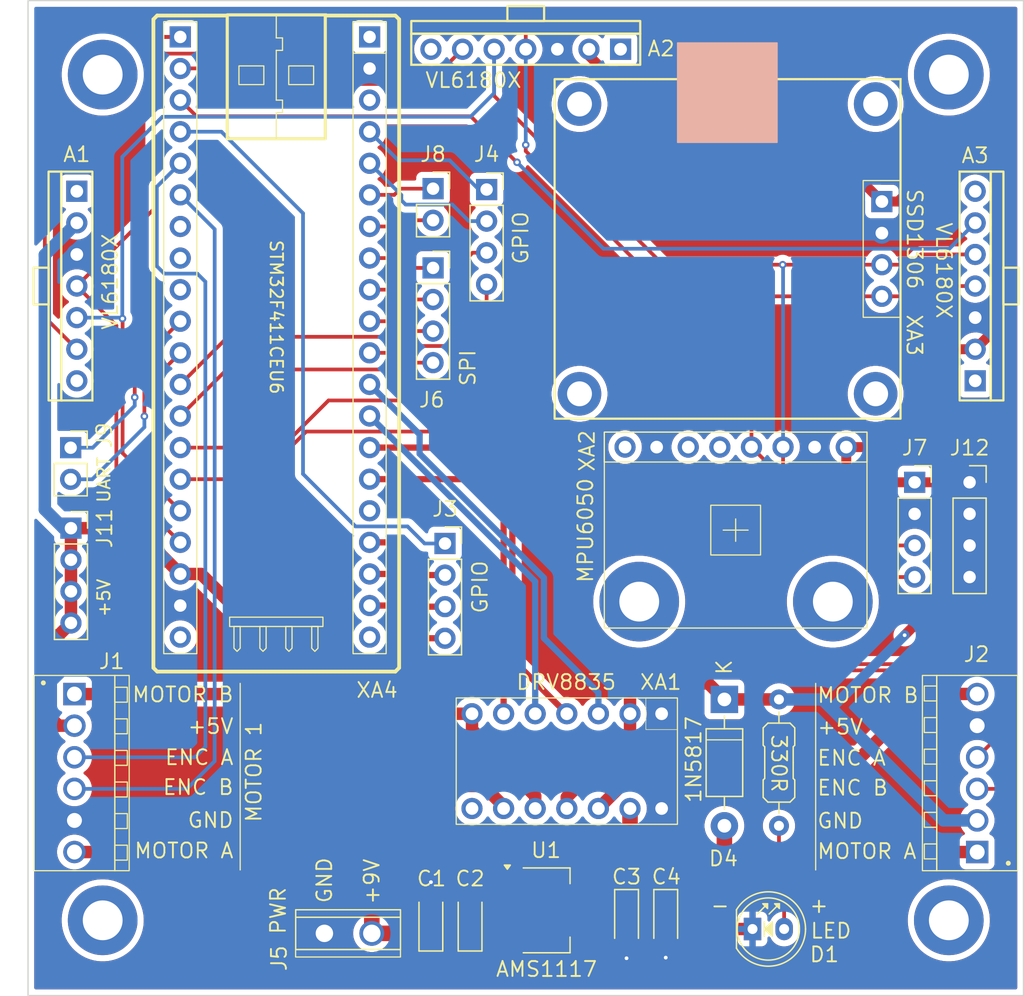
<source format=kicad_pcb>
(kicad_pcb (version 20241229) (generator "pcbnew") (generator_version "9.0")
  (layers (0 "F.Cu" signal) (2 "B.Cu" signal) (13 "F.Paste" user) (15 "B.Paste" user) (5 "F.SilkS" user "F.Silkscreen") (7 "B.SilkS" user "B.Silkscreen") (1 "F.Mask" user) (3 "B.Mask" user) (25 "Edge.Cuts" user))
  (net 0 "")
  (net 1 "+9V")
  (net 2 "+5V")
  (net 3 "GNDREF")
  (net 4 "Net-(D1-A)")
  (net 5 "/ENC1A")
  (net 6 "/MOTOR1B")
  (net 7 "/MOTOR1A")
  (net 8 "/ENC1B")
  (net 9 "/MOTOR2A")
  (net 10 "/ENC2B")
  (net 11 "/MOTOR2B")
  (net 12 "/ENC2A")
  (net 13 "/TRIG1")
  (net 15 "/SDA")
  (net 17 "/SCL")
  (net 20 "/TRIG2")
  (net 23 "/TRIG3")
  (net 24 "/PWM1")
  (net 25 "/PWM2")
  (net 26 "/DIR1")
  (net 27 "/DIR2")
  (net 28 "/B15")
  (net 29 "/B2")
  (net 30 "/B5")
  (net 31 "/B4")
  (net 32 "/B10")
  (net 33 "/MOSI")
  (net 34 "/MISO")
  (net 35 "/~{CS}")
  (net 36 "/SCK")
  (net 37 "/STM32F411 Breakout Pin/A10")
  (net 38 "/AIN8")
  (net 39 "/UART_RX")
  (net 40 "/UART_TX")
  (net 41 "/AIN9")
  (net 42 "/STM32F411 Breakout Pin/+3V3")
  (net 43 "Net-(D4-A)")
  (net 53 "/C13")
  (net 54 "/C14")
  (net 55 "/C12")
  (footprint "Connector_PinSocket_2.54mm:PinSocket_1x02_P2.54mm_Vertical" (layer "F.Cu") (at 162.05 77.32)
    (property "Reference" "J8")
    (property "Value" "Extra Analog Pins")
  )
  (footprint "Library:VL6180X_Module_Vertical" (layer "F.Cu") (at 205.62 85.15)
    (property "Reference" "A3")
    (property "Value" "VL6180X")
  )
  (footprint "Library:KEFA_KF2EDGR_3.81_2P" (layer "F.Cu") (at 155.217555 137.2 180)
    (property "Reference" "J5")
    (property "Value" "2 Pin PWR")
  )
  (footprint "MountingHole:MountingHole_3.2mm_M3_DIN965_Pad" (layer "F.Cu") (at 203.5 68.15)
    (property "Reference" "H1" (hide yes))
    (property "Value" "MountingHole")
  )
  (footprint "Package_TO_SOT_SMD:SOT-223-3_TabPin2" (layer "F.Cu") (at 171.15 135.35)
    (property "Reference" "U1")
    (property "Value" "AMS1117-5.0")
  )
  (footprint "MountingHole:MountingHole_3.2mm_M3_DIN965_Pad" (layer "F.Cu") (at 203.5 136.15)
    (property "Reference" "H3" (hide yes))
    (property "Value" "MountingHole")
  )
  (footprint "Library:DRV8835_Module" (layer "F.Cu") (at 172.8 123.35 -90)
    (property "Reference" "XA1")
    (property "Value" "DRV8835")
  )
  (footprint "Capacitor_Tantalum_SMD:CP_EIA-3216-18_Kemet-A" (layer "F.Cu") (at 180.75 135.9975 -90)
    (property "Reference" "C4")
    (property "Value" "22uF")
  )
  (footprint "Connector_PinSocket_2.54mm:PinSocket_1x04_P2.54mm_Vertical" (layer "F.Cu") (at 162.05 83.69)
    (property "Reference" "J6")
    (property "Value" "Aux SPI Bus")
  )
  (footprint "PCM_Diode_THT_AKL:D_DO-41_SOD81_P10.16mm_Horizontal" (layer "F.Cu") (at 185.465 118.39 -90)
    (property "Reference" "D4")
    (property "Value" "1N5817" (hide yes))
  )
  (footprint "Library:MPU6050_Module" (layer "F.Cu") (at 186.37 104.775 -90)
    (property "Reference" "XA2")
    (property "Value" "MPU6050")
  )
  (footprint "Capacitor_Tantalum_SMD:CP_EIA-3216-18_Kemet-A" (layer "F.Cu") (at 177.6 135.9975 -90)
    (property "Reference" "C3")
    (property "Value" "22uF")
  )
  (footprint "Library:SSD1306_OLED_Module" (layer "F.Cu") (at 185.72 82.165 -90)
    (property "Reference" "XA3")
    (property "Value" "SSD1306")
  )
  (footprint "MountingHole:MountingHole_3.2mm_M3_DIN965_Pad" (layer "F.Cu") (at 135.5 68.15)
    (property "Reference" "H2" (hide yes))
    (property "Value" "MountingHole")
  )
  (footprint "Connector_PinSocket_2.54mm:PinSocket_1x04_P2.54mm_Vertical" (layer "F.Cu") (at 166.355 77.39)
    (property "Reference" "J4")
    (property "Value" "Extra GPIO B")
  )
  (footprint "Connector_PinSocket_2.54mm:PinSocket_1x04_P2.54mm_Vertical" (layer "F.Cu") (at 163.01 105.85)
    (property "Reference" "J3")
    (property "Value" "Extra GPIO A")
  )
  (footprint "MountingHole:MountingHole_3.2mm_M3_DIN965_Pad" (layer "F.Cu") (at 135.5 136.15)
    (property "Reference" "H4" (hide yes))
    (property "Value" "MountingHole")
  )
  (footprint "Connector_PinSocket_2.54mm:PinSocket_1x04_P2.54mm_Vertical" (layer "F.Cu") (at 205.17 100.93)
    (property "Reference" "J12")
    (property "Value" "Extra +5V")
  )
  (footprint "PCM_Resistor_THT_AKL:R_Axial_DIN0207_L6.3mm_D2.5mm_P10.16mm_Horizontal" (layer "F.Cu") (at 189.85 118.39 -90)
    (property "Reference" "R1" (hide yes))
    (property "Value" "330R" (hide yes))
  )
  (footprint "Connector_PinSocket_2.54mm:PinSocket_1x04_P2.54mm_Vertical" (layer "F.Cu") (at 200.755 100.93)
    (property "Reference" "J7")
    (property "Value" "Aux I2C Bus")
  )
  (footprint "Capacitor_Tantalum_SMD:CP_EIA-3216-18_Kemet-A" (layer "F.Cu") (at 165.025 136.2975 90)
    (property "Reference" "C2")
    (property "Value" "10uF")
  )
  (footprint "Library:VL6180X_Module_Vertical" (layer "F.Cu") (at 169.5 66.11 90)
    (property "Reference" "A2")
    (property "Value" "VL6180X")
  )
  (footprint "Capacitor_Tantalum_SMD:CP_EIA-3216-18_Kemet-A" (layer "F.Cu") (at 161.875 136.2975 90)
    (property "Reference" "C1")
    (property "Value" "10uF")
  )
  (footprint "Library:TE_Terminal_3.81_6P" (layer "F.Cu") (at 133.23 124.31 -90)
    (property "Reference" "J1")
    (property "Value" "MOTOR1")
  )
  (footprint "Connector_PinSocket_2.54mm:PinSocket_1x04_P2.54mm_Vertical" (layer "F.Cu") (at 132.95 104.62)
    (property "Reference" "J11")
    (property "Value" "Extra +5V")
  )
  (footprint "Connector_PinSocket_2.54mm:PinSocket_1x02_P2.54mm_Vertical" (layer "F.Cu") (at 132.925 98.15)
    (property "Reference" "J9")
    (property "Value" "UART Interface")
  )
  (footprint "PCM_LED_THT_AKL:LED_D5.0mm" (layer "F.Cu") (at 187.725 136.85)
    (property "Reference" "D1")
    (property "Value" "Green LED" (hide yes))
  )
  (footprint "Library:TE_Terminal_3.81_6P" (layer "F.Cu") (at 205.7796 124.31 90)
    (property "Reference" "J2")
    (property "Value" "MOTOR2")
  )
  (footprint "Library:VL6180X_Module_Vertical" (layer "F.Cu") (at 133.42 85.15 180)
    (property "Reference" "A1")
    (property "Value" "VL6180X")
  )
  (footprint "Library:STM32F411_BlackPill_Socket" (layer "F.Cu") (at 149.45 87.65 -90)
    (property "Reference" "XA4")
    (property "Value" "STM32F411CEU6")
  )
  (gr_line (start 192.8 117.1) (end 192.8 132.1) (stroke (width 0.1)) (layer "F.SilkS"))
  (gr_line (start 146.55 117.1) (end 146.55 132.1) (stroke (width 0.1)) (layer "F.SilkS"))
  (gr_rect (start 181.7 65.6) (end 189.7 73.6) (stroke (width 0.1)) (fill yes) (layer "B.SilkS"))
  (gr_rect (start 129.5 62.2) (end 209.5 142.2) (stroke (width 0.1)) (fill no) (layer "Edge.Cuts"))
  (gr_text "ENC B" (at 198.7 126.2 0) (layer "F.SilkS") (effects (font (size 1.2 1.2)) (justify right bottom)))
  (gr_text "MOTOR 1" (at 148.35 120.1 90) (layer "F.SilkS") (effects (font (size 1.2 1.2)) (justify right bottom)))
  (gr_text "ENC B" (at 146.1 126.15 0) (layer "F.SilkS") (effects (font (size 1.2 1.2)) (justify right bottom)))
  (gr_text "VL6180X" (at 165.3 68.6 0) (layer "F.SilkS") (effects (font (size 1.2 1.2))))
  (gr_text "AMS1117" (at 171.175 140.075 0) (layer "F.SilkS") (effects (font (size 1.2 1.2))))
  (gr_text "+5V\n" (at 146.1 121.25 0) (layer "F.SilkS") (effects (font (size 1.2 1.2)) (justify right bottom)))
  (gr_text "VL6180X" (at 136.1 84.8 90) (layer "F.SilkS") (effects (font (size 1.2 1.2))))
  (gr_text "GPIO\n" (at 169.1 81.275 90) (layer "F.SilkS") (effects (font (size 1.2 1.2))))
  (gr_text "STM32F411CEU6" (at 149.45 87.65 270) (layer "F.SilkS") (effects (font (size 1 1))))
  (gr_text "PWR" (at 149.6 135.375 90) (layer "F.SilkS") (effects (font (size 1.2 1.2))))
  (gr_text "GPIO\n" (at 165.825 109.35 90) (layer "F.SilkS") (effects (font (size 1.2 1.2))))
  (gr_text "GND" (at 153.317555 132.93 90) (layer "F.SilkS") (effects (font (size 1.2 1.2))))
  (gr_text "GND" (at 196.7 128.85 0) (layer "F.SilkS") (effects (font (size 1.2 1.2)) (justify right bottom)))
  (gr_text "VL6180X" (at 203.1 83.9 270) (layer "F.SilkS") (effects (font (size 1.2 1.2))))
  (gr_text "MOTOR B" (at 146.1 118.7 0) (layer "F.SilkS") (effects (font (size 1.2 1.2)) (justify right bottom)))
  (gr_text "DRV8835" (at 172.75 117 0) (layer "F.SilkS") (effects (font (size 1.2 1.2))))
  (gr_text "MOTOR A" (at 200.985715 131.3 0) (layer "F.SilkS") (effects (font (size 1.2 1.2)) (justify right bottom)))
  (gr_text "MOTOR A" (at 146.1 131.25 0) (layer "F.SilkS") (effects (font (size 1.2 1.2)) (justify right bottom)))
  (gr_text "LED" (at 192.3 137.7 0) (layer "F.SilkS") (effects (font (size 1.2 1.2)) (justify left bottom)))
  (gr_text "1N5817" (at 183.7 126.8 90) (layer "F.SilkS") (effects (font (size 1.2 1.2)) (justify left bottom)))
  (gr_text "MPU6050" (at 174.3 104.8 90) (layer "F.SilkS") (effects (font (size 1.2 1.2))))
  (gr_text "+5V" (at 135.6 110.225 90) (layer "F.SilkS") (effects (font (size 1 1))))
  (gr_text "SSD1306" (at 200.75 81.375 270) (layer "F.SilkS") (effects (font (size 1.2 1.2))))
  (gr_text "SPI" (at 164.85 91.725 90) (layer "F.SilkS") (effects (font (size 1.2 1.2))))
  (gr_text "ENC A" (at 198.528571 123.8 0) (layer "F.SilkS") (effects (font (size 1.2 1.2)) (justify right bottom)))
  (gr_text "+9V" (at 157.127555 133.03 90) (layer "F.SilkS") (effects (font (size 1.2 1.2))))
  (gr_text "UART" (at 135.6 100.725 90) (layer "F.SilkS") (effects (font (size 1 1))))
  (gr_text "+5V\n" (at 196.699999 121.3 0) (layer "F.SilkS") (effects (font (size 1.2 1.2)) (justify right bottom)))
  (gr_text "GND" (at 146.1 128.8 0) (layer "F.SilkS") (effects (font (size 1.2 1.2)) (justify right bottom)))
  (gr_text "MOTOR B" (at 201.157144 118.75 0) (layer "F.SilkS") (effects (font (size 1.2 1.2)) (justify right bottom)))
  (gr_text "ENC A" (at 146.1 123.75 0) (layer "F.SilkS") (effects (font (size 1.2 1.2)) (justify right bottom)))
  (segment (start 168 137.65) (end 165.025 137.65) (width 1.25) (layer "F.Cu") (net 1))
  (segment (start 177.35 129.7) (end 160.15 129.7) (width 1.25) (layer "F.Cu") (net 1))
  (segment (start 157.127555 137.2) (end 159.71 137.2) (width 1.25) (layer "F.Cu") (net 1))
  (segment (start 159.71 137.2) (end 160.16 137.65) (width 1.25) (layer "F.Cu") (net 1))
  (segment (start 160.15 129.7) (end 157.127555 132.722445) (width 1.25) (layer "F.Cu") (net 1))
  (segment (start 157.127555 132.722445) (end 157.127555 137.2) (width 1.25) (layer "F.Cu") (net 1))
  (segment (start 177.88 127.16) (end 177.88 129.17) (width 1.25) (layer "F.Cu") (net 1))
  (segment (start 161.875 137.65) (end 165.025 137.65) (width 1.25) (layer "F.Cu") (net 1))
  (segment (start 160.16 137.65) (end 161.875 137.65) (width 1.25) (layer "F.Cu") (net 1))
  (segment (start 177.88 129.17) (end 177.35 129.7) (width 1.25) (layer "F.Cu") (net 1))
  (segment (start 202.42 100.93) (end 200.755 100.93) (width 0.8) (layer "F.Cu") (net 2))
  (segment (start 132.95 109.7) (end 132.95 112.24) (width 1) (layer "F.Cu") (net 2))
  (segment (start 156.95 65.12) (end 157.261 64.809) (width 0.5) (layer "F.Cu") (net 2))
  (segment (start 198.12 78.355) (end 199.425 78.355) (width 0.8) (layer "F.Cu") (net 2))
  (segment (start 201.55 96.3) (end 201.55 93) (width 0.8) (layer "F.Cu") (net 2))
  (segment (start 130.9 114.29) (end 130.9 119.442792) (width 1) (layer "F.Cu") (net 2))
  (segment (start 174.58 66.63) (end 182.45 74.5) (width 0.8) (layer "F.Cu") (net 2))
  (segment (start 202.875 101.325) (end 202.45 100.9) (width 0.8) (layer "F.Cu") (net 2))
  (segment (start 201.55 93) (end 204.32 90.23) (width 0.8) (layer "F.Cu") (net 2))
  (segment (start 132.95 112.24) (end 130.9 114.29) (width 1) (layer "F.Cu") (net 2))
  (segment (start 165.18 119.54) (end 165.18 120.83) (width 1) (layer "F.Cu") (net 2))
  (segment (start 204.32 90.23) (end 205.62 90.23) (width 0.8) (layer "F.Cu") (net 2))
  (segment (start 165.18 120.83) (end 165.95 121.6) (width 1) (layer "F.Cu") (net 2))
  (segment (start 202.45 100.9) (end 202.42 100.93) (width 0.8) (layer "F.Cu") (net 2))
  (segment (start 130.9 119.442792) (end 131.957208 120.5) (width 1) (layer "F.Cu") (net 2))
  (segment (start 194.265 74.5) (end 198.12 78.355) (width 0.8) (layer "F.Cu") (net 2))
  (segment (start 177.88 117.77) (end 178.55 117.1) (width 1) (layer "F.Cu") (net 2))
  (segment (start 154.64 119.54) (end 143.4 108.3) (width 1) (layer "F.Cu") (net 2))
  (segment (start 165.18 119.54) (end 154.64 119.54) (width 1) (layer "F.Cu") (net 2))
  (segment (start 177.88 119.54) (end 177.88 117.77) (width 1) (layer "F.Cu") (net 2))
  (segment (start 202.875 110.3) (end 202.875 101.325) (width 0.8) (layer "F.Cu") (net 2))
  (segment (start 195.26 98.1) (end 199.75 98.1) (width 0.8) (layer "F.Cu") (net 2))
  (segment (start 143.4 108.3) (end 141.7354 108.3) (width 1) (layer "F.Cu") (net 2))
  (segment (start 199.75 98.1) (end 201.55 96.3) (width 0.8) (layer "F.Cu") (net 2))
  (segment (start 195.26 100.16) (end 196.03 100.93) (width 0.8) (layer "F.Cu") (net 2))
  (segment (start 199.425 78.355) (end 203.28 74.5) (width 0.8) (layer "F.Cu") (net 2))
  (segment (start 131.957208 120.5) (end 133.23 120.5) (width 1) (layer "F.Cu") (net 2))
  (segment (start 207.6 76) (end 206.1 74.5) (width 0.8) (layer "F.Cu") (net 2))
  (segment (start 138.0554 104.62) (end 132.95 104.62) (width 1) (layer "F.Cu") (net 2))
  (segment (start 177.25 121.6) (end 177.88 120.97) (width 1) (layer "F.Cu") (net 2))
  (segment (start 185.465 118.39) (end 189.85 118.39) (width 1) (layer "F.Cu") (net 2))
  (segment (start 196.03 100.93) (end 200.755 100.93) (width 0.8) (layer "F.Cu") (net 2))
  (segment (start 174.58 66.11) (end 174.58 66.63) (width 0.8) (layer "F.Cu") (net 2))
  (segment (start 132.95 104.62) (end 132.95 107.16) (width 1) (layer "F.Cu") (net 2))
  (segment (start 177.88 120.97) (end 177.88 119.54) (width 1) (layer "F.Cu") (net 2))
  (segment (start 184.175 117.1) (end 185.465 118.39) (width 1) (layer "F.Cu") (net 2))
  (segment (start 182.45 74.5) (end 194.265 74.5) (width 0.8) (layer "F.Cu") (net 2))
  (segment (start 178.55 117.1) (end 184.175 117.1) (width 1) (layer "F.Cu") (net 2))
  (segment (start 206.1 74.5) (end 203.28 74.5) (width 0.8) (layer "F.Cu") (net 2))
  (segment (start 205.62 90.23) (end 207.6 88.25) (width 0.8) (layer "F.Cu") (net 2))
  (segment (start 141.7354 108.3) (end 138.0554 104.62) (width 1) (layer "F.Cu") (net 2))
  (segment (start 195.26 98.1) (end 195.26 100.16) (width 0.8) (layer "F.Cu") (net 2))
  (segment (start 199.95 113.225) (end 202.875 110.3) (width 0.8) (layer "F.Cu") (net 2))
  (segment (start 207.6 88.25) (end 207.6 76) (width 0.8) (layer "F.Cu") (net 2))
  (segment (start 132.95 107.16) (end 132.95 109.7) (width 1) (layer "F.Cu") (net 2))
  (segment (start 165.95 121.6) (end 177.25 121.6) (width 1) (layer "F.Cu") (net 2))
  (via (at 199.95 113.225) (size 0.6) (drill 0.3) (layers "F.Cu" "B.Cu") (net 2))
  (segment (start 203.08 128.12) (end 205.7796 128.12) (width 1) (layer "B.Cu") (net 2))
  (segment (start 193.35 118.39) (end 203.08 128.12) (width 1) (layer "B.Cu") (net 2))
  (segment (start 130.85 82.64) (end 130.85 103.12) (width 1) (layer "B.Cu") (net 2))
  (segment (start 132.35 104.62) (end 132.95 104.62) (width 1) (layer "B.Cu") (net 2))
  (segment (start 130.85 103.12) (end 132.35 104.62) (width 1) (layer "B.Cu") (net 2))
  (segment (start 199.95 113.225) (end 194.2675 118.9075) (width 0.8) (layer "B.Cu") (net 2))
  (segment (start 133.42 80.07) (end 130.85 82.64) (width 1) (layer "B.Cu") (net 2))
  (segment (start 189.85 118.39) (end 193.35 118.39) (width 1) (layer "B.Cu") (net 2))
  (segment (start 161.875 134.945) (end 165.025 134.945) (width 1.25) (layer "F.Cu") (net 3))
  (segment (start 185.05 136.85) (end 187.725 136.85) (width 1) (layer "F.Cu") (net 3))
  (segment (start 165.025 134.945) (end 165.025 133.775) (width 1.25) (layer "F.Cu") (net 3))
  (segment (start 185.05 136.85) (end 184.55 137.35) (width 1) (layer "F.Cu") (net 3))
  (segment (start 180.75 137.35) (end 180.75 139.15) (width 1) (layer "F.Cu") (net 3))
  (segment (start 165.75 133.05) (end 168 133.05) (width 1.25) (layer "F.Cu") (net 3))
  (segment (start 184.55 137.35) (end 180.75 137.35) (width 1) (layer "F.Cu") (net 3))
  (segment (start 165.025 133.775) (end 165.75 133.05) (width 1.25) (layer "F.Cu") (net 3))
  (segment (start 161.875 133.085) (end 161.88 133.08) (width 1.25) (layer "F.Cu") (net 3))
  (segment (start 177.6 137.35) (end 180.75 137.35) (width 1) (layer "F.Cu") (net 3))
  (segment (start 161.875 134.945) (end 161.875 133.085) (width 1.25) (layer "F.Cu") (net 3))
  (segment (start 177.6 139.2) (end 177.6 137.35) (width 1) (layer "F.Cu") (net 3))
  (via (at 180.75 139.15) (size 0.6) (drill 0.3) (layers "F.Cu" "B.Cu") (net 3))
  (via (at 161.88 133.08) (size 0.6) (drill 0.3) (layers "F.Cu" "B.Cu") (net 3))
  (via (at 177.6 139.2) (size 0.6) (drill 0.3) (layers "F.Cu" "B.Cu") (net 3))
  (segment (start 132.645 128.12) (end 133.23 128.12) (width 1) (layer "B.Cu") (net 3))
  (segment (start 198.12 80.895) (end 199.955 80.895) (width 1) (layer "B.Cu") (net 3))
  (segment (start 180.42 115.63) (end 180.42 119.54) (width 0.8) (layer "B.Cu") (net 3))
  (segment (start 183.05 101.13) (end 183.05 113) (width 0.8) (layer "B.Cu") (net 3))
  (segment (start 172.04 66.11) (end 172.04 63.31) (width 1) (layer "B.Cu") (net 3))
  (segment (start 207.95 75.65) (end 207.95 88.25) (width 1) (layer "B.Cu") (net 3))
  (segment (start 207.39 87.69) (end 207.95 88.25) (width 1) (layer "B.Cu") (net 3))
  (segment (start 159.65 63.25) (end 172.1 63.25) (width 1) (layer "B.Cu") (net 3))
  (segment (start 180.725 140.44) (end 177.6 140.44) (width 1) (layer "B.Cu") (net 3))
  (segment (start 137.435 110.84) (end 131 117.275) (width 1) (layer "B.Cu") (net 3))
  (segment (start 207.95 139.05) (end 206.58 140.42) (width 1) (layer "B.Cu") (net 3))
  (segment (start 154.075 63.325) (end 154 63.25) (width 1) (layer "B.Cu") (net 3))
  (segment (start 134.41 82.61) (end 135.58 81.44) (width 1) (layer "B.Cu") (net 3))
  (segment (start 177.6 140.44) (end 154.215 140.44) (width 1) (layer "B.Cu") (net 3))
  (segment (start 194.5 68.15) (end 194.5 72.55) (width 1) (layer "B.Cu") (net 3))
  (segment (start 130.9 72.86) (end 130.9 65.85) (width 1) (layer "B.Cu") (net 3))
  (segment (start 205.7796 120.5) (end 207.95 120.5) (width 1) (layer "B.Cu") (net 3))
  (segment (start 172.1 63.25) (end 189.6 63.25) (width 1) (layer "B.Cu") (net 3))
  (segment (start 192.72 98.1) (end 192.72 99.695) (width 1) (layer "B.Cu") (net 3))
  (segment (start 183.05 113) (end 180.42 115.63) (width 0.8) (layer "B.Cu") (net 3))
  (segment (start 141.7354 110.84) (end 137.435 110.84) (width 1) (layer "B.Cu") (net 3))
  (segment (start 151.57 128.12) (end 155.117555 131.667555) (width 1) (layer "B.Cu") (net 3))
  (segment (start 194.5 72.55) (end 196.35 74.4) (width 1) (layer "B.Cu") (net 3))
  (segment (start 177.6 139.2) (end 177.6 140.44) (width 1) (layer "B.Cu") (net 3))
  (segment (start 133.23 128.12) (end 151.57 128.12) (width 1) (layer "B.Cu") (net 3))
  (segment (start 135.58 75.79) (end 133.43 73.64) (width 1) (layer "B.Cu") (net 3))
  (segment (start 205.17 108.55) (end 206.49 108.55) (width 1) (layer "B.Cu") (net 3))
  (segment (start 207.95 120.5) (end 207.95 139.05) (width 1) (layer "B.Cu") (net 3))
  (segment (start 192.72 99.695) (end 196.495 103.47) (width 1) (layer "B.Cu") (net 3))
  (segment (start 205.17 103.47) (end 200.755 103.47) (width 1) (layer "B.Cu") (net 3))
  (segment (start 153.317555 133.467555) (end 153.317555 137.2) (width 1) (layer "B.Cu") (net 3))
  (segment (start 180.02 98.1) (end 183.05 101.13) (width 0.8) (layer "B.Cu") (net 3))
  (segment (start 202.3 78.55) (end 202.3 74.4) (width 1) (layer "B.Cu") (net 3))
  (segment (start 196.35 74.4) (end 202.3 74.4) (width 1) (layer "B.Cu") (net 3))
  (segment (start 131 126.475) (end 132.645 128.12) (width 1) (layer "B.Cu") (net 3))
  (segment (start 133.42 82.61) (end 134.41 82.61) (width 1) (layer "B.Cu") (net 3))
  (segment (start 154 63.25) (end 159.65 63.25) (width 1) (layer "B.Cu") (net 3))
  (segment (start 205.17 100.93) (end 205.17 103.47) (width 1) (layer "B.Cu") (net 3))
  (segment (start 156.95 67.66) (end 155.51 67.66) (width 1) (layer "B.Cu") (net 3))
  (segment (start 205.62 87.69) (end 207.39 87.69) (width 1) (layer "B.Cu") (net 3))
  (segment (start 203.95 74.4) (end 206.7 74.4) (width 1) (layer "B.Cu") (net 3))
  (segment (start 206.49 108.55) (end 207.95 110.01) (width 1) (layer "B.Cu") (net 3))
  (segment (start 155.117555 131.667555) (end 153.317555 133.467555) (width 1) (layer "B.Cu") (net 3))
  (segment (start 154.075 66.225) (end 154.075 63.325) (width 1) (layer "B.Cu") (net 3))
  (segment (start 202.3 74.4) (end 203.95 74.4) (width 1) (layer "B.Cu") (net 3))
  (segment (start 189.6 63.25) (end 194.5 68.15) (width 1) (layer "B.Cu") (net 3))
  (segment (start 157 129.75) (end 157 129.78511) (width 1) (layer "B.Cu") (net 3))
  (segment (start 161.8 129.75) (end 157 129.75) (width 1) (layer "B.Cu") (net 3))
  (segment (start 161.9 129.85) (end 161.9 133.06) (width 1) (layer "B.Cu") (net 3))
  (segment (start 207.95 98.15) (end 205.17 100.93) (width 1) (layer "B.Cu") (net 3))
  (segment (start 180.75 140.415) (end 180.725 140.44) (width 1) (layer "B.Cu") (net 3))
  (segment (start 180.42 119.54) (end 180.42 127.16) (width 1) (layer "B.Cu") (net 3))
  (segment (start 161.9 133.06) (end 161.88 133.08) (width 1) (layer "B.Cu") (net 3))
  (segment (start 133.43 73.64) (end 131.68 73.64) (width 1) (layer "B.Cu") (net 3))
  (segment (start 154.215 140.44) (end 153.317555 139.542555) (width 1) (layer "B.Cu") (net 3))
  (segment (start 180.42 127.16) (end 180.42 129.28) (width 1) (layer "B.Cu") (net 3))
  (segment (start 206.58 140.44) (end 180.725 140.44) (width 1) (layer "B.Cu") (net 3))
  (segment (start 205.17 106.01) (end 205.17 108.55) (width 1) (layer "B.Cu") (net 3))
  (segment (start 157 129.78511) (end 155.117555 131.667555) (width 1) (layer "B.Cu") (net 3))
  (segment (start 207.95 88.25) (end 207.95 98.15) (width 1) (layer "B.Cu") (net 3))
  (segment (start 180.75 139.15) (end 180.75 140.415) (width 1) (layer "B.Cu") (net 3))
  (segment (start 205.17 103.47) (end 205.17 106.01) (width 1) (layer "B.Cu") (net 3))
  (segment (start 133.5 63.25) (end 154 63.25) (width 1) (layer "B.Cu") (net 3))
  (segment (start 135.58 81.44) (end 135.58 75.79) (width 1) (layer "B.Cu") (net 3))
  (segment (start 207.95 110.01) (end 207.95 120.5) (width 1) (layer "B.Cu") (net 3))
  (segment (start 153.317555 139.542555) (end 153.317555 137.2) (width 1) (layer "B.Cu") (net 3))
  (segment (start 131 117.275) (end 131 126.475) (width 1) (layer "B.Cu") (net 3))
  (segment (start 206.58 140.42) (end 206.58 140.44) (width 1) (layer "B.Cu") (net 3))
  (segment (start 130.9 65.85) (end 133.5 63.25) (width 1) (layer "B.Cu") (net 3))
  (segment (start 155.51 67.66) (end 154.075 66.225) (width 1) (layer "B.Cu") (net 3))
  (segment (start 179.95 129.75) (end 161.8 129.75) (width 1) (layer "B.Cu") (net 3))
  (segment (start 196.495 103.47) (end 200.755 103.47) (width 1) (layer "B.Cu") (net 3))
  (segment (start 206.7 74.4) (end 207.95 75.65) (width 1) (layer "B.Cu") (net 3))
  (segment (start 161.8 129.75) (end 161.9 129.85) (width 1) (layer "B.Cu") (net 3))
  (segment (start 131.68 73.64) (end 130.9 72.86) (width 1) (layer "B.Cu") (net 3))
  (segment (start 180.42 129.28) (end 179.95 129.75) (width 1) (layer "B.Cu") (net 3))
  (segment (start 172.04 63.31) (end 172.1 63.25) (width 1) (layer "B.Cu") (net 3))
  (segment (start 199.955 80.895) (end 202.3 78.55) (width 1) (layer "B.Cu") (net 3))
  (segment (start 189.85 130.75) (end 190.265 131.165) (width 0.3) (layer "F.Cu") (net 4))
  (segment (start 189.85 128.55) (end 189.85 130.75) (width 0.3) (layer "F.Cu") (net 4))
  (segment (start 190.265 131.165) (end 190.265 136.85) (width 0.3) (layer "F.Cu") (net 4))
  (segment (start 140.45 84.15) (end 143.1 84.15) (width 0.3) (layer "B.Cu") (net 5))
  (segment (start 143.75 122.2) (end 142.91 123.04) (width 0.3) (layer "B.Cu") (net 5))
  (segment (start 139.85 83.55) (end 140.45 84.15) (width 0.3) (layer "B.Cu") (net 5))
  (segment (start 143.75 84.8) (end 143.75 122.2) (width 0.3) (layer "B.Cu") (net 5))
  (segment (start 139.85 77.1654) (end 139.85 83.55) (width 0.3) (layer "B.Cu") (net 5))
  (segment (start 142.91 123.04) (end 133.23 123.04) (width 0.3) (layer "B.Cu") (net 5))
  (segment (start 141.7354 75.28) (end 139.85 77.1654) (width 0.3) (layer "B.Cu") (net 5))
  (segment (start 143.1 84.15) (end 143.75 84.8) (width 0.3) (layer "B.Cu") (net 5))
  (segment (start 148.71 117.96) (end 154.25 123.5) (width 1) (layer "F.Cu") (net 6))
  (segment (start 154.25 123.5) (end 167.6 123.5) (width 1) (layer "F.Cu") (net 6))
  (segment (start 167.6 123.5) (end 170.26 126.16) (width 1) (layer "F.Cu") (net 6))
  (segment (start 170.26 126.16) (end 170.26 127.16) (width 1) (layer "F.Cu") (net 6))
  (segment (start 133.23 117.96) (end 148.71 117.96) (width 1) (layer "F.Cu") (net 6))
  (segment (start 154.15 125.35) (end 148.84 130.66) (width 1) (layer "F.Cu") (net 7))
  (segment (start 167.72 126.97) (end 166.1 125.35) (width 1) (layer "F.Cu") (net 7))
  (segment (start 166.1 125.35) (end 154.15 125.35) (width 1) (layer "F.Cu") (net 7))
  (segment (start 148.84 130.66) (end 133.23 130.66) (width 1) (layer "F.Cu") (net 7))
  (segment (start 167.72 127.16) (end 167.72 126.97) (width 1) (layer "F.Cu") (net 7))
  (segment (start 144.5 123.35) (end 144.5 80.5846) (width 0.3) (layer "B.Cu") (net 8))
  (segment (start 133.23 125.58) (end 142.27 125.58) (width 0.3) (layer "B.Cu") (net 8))
  (segment (start 144.5 80.5846) (end 141.7354 77.82) (width 0.3) (layer "B.Cu") (net 8))
  (segment (start 142.27 125.58) (end 144.5 123.35) (width 0.3) (layer "B.Cu") (net 8))
  (segment (start 172.8 127.16) (end 172.8 126.25) (width 1) (layer "F.Cu") (net 9))
  (segment (start 205.7696 117.95) (end 205.7796 117.96) (width 1) (layer "F.Cu") (net 9))
  (segment (start 201.5 117.95) (end 205.7696 117.95) (width 1) (layer "F.Cu") (net 9))
  (segment (start 196.35 123.1) (end 201.5 117.95) (width 1) (layer "F.Cu") (net 9))
  (segment (start 172.8 126.25) (end 175.95 123.1) (width 1) (layer "F.Cu") (net 9))
  (segment (start 175.95 123.1) (end 196.35 123.1) (width 1) (layer "F.Cu") (net 9))
  (segment (start 166.44148 96.85) (end 151.85852 96.85) (width 0.3) (layer "F.Cu") (net 10))
  (segment (start 205.7796 123.04) (end 207.5 121.3196) (width 0.3) (layer "F.Cu") (net 10))
  (segment (start 206.251 116.051) (end 190.34248 116.051) (width 0.3) (layer "F.Cu") (net 10))
  (segment (start 173.99248 104.401) (end 166.44148 96.85) (width 0.3) (layer "F.Cu") (net 10))
  (segment (start 207.5 121.3196) (end 207.5 117.3) (width 0.3) (layer "F.Cu") (net 10))
  (segment (start 190.34248 116.051) (end 178.69248 104.401) (width 0.3) (layer "F.Cu") (net 10))
  (segment (start 178.69248 104.401) (end 173.99248 104.401) (width 0.3) (layer "F.Cu") (net 10))
  (segment (start 151.85852 96.85) (end 148.02852 100.68) (width 0.3) (layer "F.Cu") (net 10))
  (segment (start 207.5 117.3) (end 206.251 116.051) (width 0.3) (layer "F.Cu") (net 10))
  (segment (start 148.02852 100.68) (end 141.7354 100.68) (width 0.3) (layer "F.Cu") (net 10))
  (segment (start 196.3 124.8) (end 202.16 130.66) (width 1) (layer "F.Cu") (net 11))
  (segment (start 202.16 130.66) (end 205.7796 130.66) (width 1) (layer "F.Cu") (net 11))
  (segment (start 177.7 124.8) (end 196.3 124.8) (width 1) (layer "F.Cu") (net 11))
  (segment (start 175.34 127.16) (end 177.7 124.8) (width 1) (layer "F.Cu") (net 11))
  (segment (start 174.2 103.9) (end 178.9 103.9) (width 0.3) (layer "F.Cu") (net 12))
  (segment (start 153.65 94.35) (end 164.65 94.35) (width 0.3) (layer "F.Cu") (net 12))
  (segment (start 208.05 124.75) (end 207.22 125.58) (width 0.3) (layer "F.Cu") (net 12))
  (segment (start 149.86 98.14) (end 153.65 94.35) (width 0.3) (layer "F.Cu") (net 12))
  (segment (start 164.65 94.35) (end 174.2 103.9) (width 0.3) (layer "F.Cu") (net 12))
  (segment (start 141.7354 98.14) (end 149.86 98.14) (width 0.3) (layer "F.Cu") (net 12))
  (segment (start 190.55 115.55) (end 206.7 115.55) (width 0.3) (layer "F.Cu") (net 12))
  (segment (start 206.7 115.55) (end 208.05 116.9) (width 0.3) (layer "F.Cu") (net 12))
  (segment (start 207.22 125.58) (end 205.7796 125.58) (width 0.3) (layer "F.Cu") (net 12))
  (segment (start 208.05 116.9) (end 208.05 124.75) (width 0.3) (layer "F.Cu") (net 12))
  (segment (start 178.9 103.9) (end 190.55 115.55) (width 0.3) (layer "F.Cu") (net 12))
  (segment (start 130.85 65.6) (end 132.2 64.25) (width 0.3) (layer "F.Cu") (net 13))
  (segment (start 140.42 65.12) (end 141.7354 65.12) (width 0.3) (layer "F.Cu") (net 13))
  (segment (start 133.42 90.23) (end 130.85 87.66) (width 0.3) (layer "F.Cu") (net 13))
  (segment (start 132.2 64.25) (end 139.55 64.25) (width 0.3) (layer "F.Cu") (net 13))
  (segment (start 130.85 87.66) (end 130.85 65.6) (width 0.3) (layer "F.Cu") (net 13))
  (segment (start 139.55 64.25) (end 140.42 65.12) (width 0.3) (layer "F.Cu") (net 13))
  (segment (start 140.48 65.12) (end 141.7354 65.12) (width 0.3) (layer "F.Cu") (net 13))
  (segment (start 198.12 85.975) (end 200.8 85.975) (width 0.3) (layer "F.Cu") (net 15))
  (segment (start 169.5 64.68) (end 169.5 66.11) (width 0.3) (layer "F.Cu") (net 15))
  (segment (start 192.24 102.7) (end 187.64 98.1) (width 0.3) (layer "F.Cu") (net 15))
  (segment (start 200.755 108.55) (end 198.89 108.55) (width 0.3) (layer "F.Cu") (net 15))
  (segment (start 141.7354 105.76) (end 136.599 100.6236) (width 0.3) (layer "F.Cu") (net 15))
  (segment (start 200.8 85.975) (end 201.625 85.15) (width 0.3) (layer "F.Cu") (net 15))
  (segment (start 136.599 100.6236) (end 136.599 88.329) (width 0.3) (layer "F.Cu") (net 15))
  (segment (start 148.92 63.25) (end 165.96 63.25) (width 0.3) (layer "F.Cu") (net 15))
  (segment (start 139.58 67.13) (end 140.251 66.459) (width 0.3) (layer "F.Cu") (net 15))
  (segment (start 181.175 85.975) (end 187.65 85.975) (width 0.3) (layer "F.Cu") (net 15))
  (segment (start 165.96 63.25) (end 165.99 63.28) (width 0.3) (layer "F.Cu") (net 15))
  (segment (start 145.711 66.459) (end 148.92 63.25) (width 0.3) (layer "F.Cu") (net 15))
  (segment (start 139.58 78.99) (end 139.58 67.13) (width 0.3) (layer "F.Cu") (net 15))
  (segment (start 165.99 63.28) (end 168.1 63.28) (width 0.3) (layer "F.Cu") (net 15))
  (segment (start 187.64 98.1) (end 187.64 85.985) (width 0.3) (layer "F.Cu") (net 15))
  (segment (start 136.599 88.329) (end 133.42 85.15) (width 0.3) (layer "F.Cu") (net 15))
  (segment (start 198.89 108.55) (end 193.04 102.7) (width 0.3) (layer "F.Cu") (net 15))
  (segment (start 201.625 85.15) (end 205.62 85.15) (width 0.3) (layer "F.Cu") (net 15))
  (segment (start 140.251 66.459) (end 145.711 66.459) (width 0.3) (layer "F.Cu") (net 15))
  (segment (start 169.5 74.3) (end 181.175 85.975) (width 0.3) (layer "F.Cu") (net 15))
  (segment (start 187.64 85.985) (end 187.65 85.975) (width 0.3) (layer "F.Cu") (net 15))
  (segment (start 181.175 85.975) (end 198.12 85.975) (width 0.3) (layer "F.Cu") (net 15))
  (segment (start 193.04 102.7) (end 192.24 102.7) (width 0.3) (layer "F.Cu") (net 15))
  (segment (start 169.5 73.8) (end 169.5 74.3) (width 0.3) (layer "F.Cu") (net 15))
  (segment (start 133.42 85.15) (end 139.58 78.99) (width 0.3) (layer "F.Cu") (net 15))
  (segment (start 168.1 63.28) (end 169.5 64.68) (width 0.3) (layer "F.Cu") (net 15))
  (via (at 169.5 73.8) (size 0.6) (drill 0.3) (layers "F.Cu" "B.Cu") (net 15))
  (segment (start 169.5 73.8) (end 169.5 66.11) (width 0.3) (layer "B.Cu") (net 15))
  (segment (start 200.755 106.01) (end 197.05852 106.01) (width 0.3) (layer "F.Cu") (net 17))
  (segment (start 201.245 82.61) (end 205.62 82.61) (width 0.3) (layer "F.Cu") (net 17))
  (segment (start 137.1 87.779857) (end 137.1 98.5846) (width 0.3) (layer "F.Cu") (net 17))
  (segment (start 190.18 99.93148) (end 190.18 98.1) (width 0.3) (layer "F.Cu") (net 17))
  (segment (start 192.44752 102.199) (end 190.18 99.93148) (width 0.3) (layer "F.Cu") (net 17))
  (segment (start 137.1 98.5846) (end 141.7354 103.22) (width 0.3) (layer "F.Cu") (net 17))
  (segment (start 180.535 83.435) (end 166.96 69.86) (width 0.3) (layer "F.Cu") (net 17))
  (segment (start 198.12 83.435) (end 200.42 83.435) (width 0.3) (layer "F.Cu") (net 17))
  (segment (start 198.12 83.435) (end 190.15 83.435) (width 0.3) (layer "F.Cu") (net 17))
  (segment (start 193.24752 102.199) (end 192.44752 102.199) (width 0.3) (layer "F.Cu") (net 17))
  (segment (start 166.96 69.86) (end 166.96 66.11) (width 0.3) (layer "F.Cu") (net 17))
  (segment (start 197.05852 106.01) (end 193.24752 102.199) (width 0.3) (layer "F.Cu") (net 17))
  (segment (start 137.088023 87.76788) (end 137.1 87.779857) (width 0.3) (layer "F.Cu") (net 17))
  (segment (start 190.15 83.435) (end 180.535 83.435) (width 0.3) (layer "F.Cu") (net 17))
  (segment (start 200.42 83.435) (end 201.245 82.61) (width 0.3) (layer "F.Cu") (net 17))
  (via (at 137.088023 87.76788) (size 0.6) (drill 0.3) (layers "F.Cu" "B.Cu") (net 17))
  (via (at 190.15 83.435) (size 0.6) (drill 0.3) (layers "F.Cu" "B.Cu") (net 17))
  (segment (start 137.075 74.765) (end 140.301 71.539) (width 0.3) (layer "B.Cu") (net 17))
  (segment (start 137.088023 87.76788) (end 137.010143 87.69) (width 0.3) (layer "B.Cu") (net 17))
  (segment (start 190.18 83.465) (end 190.15 83.435) (width 0.5) (layer "B.Cu") (net 17))
  (segment (start 137.010143 87.69) (end 133.42 87.69) (width 0.3) (layer "B.Cu") (net 17))
  (segment (start 137.088023 87.76788) (end 137.075 87.754857) (width 0.3) (layer "B.Cu") (net 17))
  (segment (start 166.96 69.64) (end 166.96 66.11) (width 0.3) (layer "B.Cu") (net 17))
  (segment (start 137.075 87.754857) (end 137.075 74.765) (width 0.3) (layer "B.Cu") (net 17))
  (segment (start 165.061 71.539) (end 166.96 69.64) (width 0.3) (layer "B.Cu") (net 17))
  (segment (start 190.18 98.1) (end 190.18 83.465) (width 0.3) (layer "B.Cu") (net 17))
  (segment (start 140.301 71.539) (end 165.061 71.539) (width 0.3) (layer "B.Cu") (net 17))
  (segment (start 164.42 66.11) (end 161.63 68.9) (width 0.3) (layer "F.Cu") (net 20))
  (segment (start 153.65 67.65) (end 141.7454 67.65) (width 0.3) (layer "F.Cu") (net 20))
  (segment (start 161.63 68.9) (end 154.9 68.9) (width 0.3) (layer "F.Cu") (net 20))
  (segment (start 141.7454 67.65) (end 141.7354 67.66) (width 0.3) (layer "F.Cu") (net 20))
  (segment (start 154.9 68.9) (end 153.65 67.65) (width 0.3) (layer "F.Cu") (net 20))
  (segment (start 143.0354 71.5) (end 165.075 71.5) (width 0.3) (layer "F.Cu") (net 23))
  (segment (start 141.7354 70.2) (end 143.0354 71.5) (width 0.3) (layer "F.Cu") (net 23))
  (segment (start 168.775 75.2) (end 168.8 75.2) (width 0.3) (layer "F.Cu") (net 23))
  (segment (start 165.075 71.5) (end 168.775 75.2) (width 0.3) (layer "F.Cu") (net 23))
  (via (at 168.8 75.2) (size 0.6) (drill 0.3) (layers "F.Cu" "B.Cu") (net 23))
  (segment (start 168.8 75.2) (end 175.75 82.15) (width 0.3) (layer "B.Cu") (net 23))
  (segment (start 175.75 82.15) (end 203.54 82.15) (width 0.3) (layer "B.Cu") (net 23))
  (segment (start 203.54 82.15) (end 205.62 80.07) (width 0.3) (layer "B.Cu") (net 23))
  (segment (start 170.26 108.91) (end 170.26 119.54) (width 0.5) (layer "B.Cu") (net 24))
  (segment (start 156.95 95.6) (end 170.26 108.91) (width 0.5) (layer "B.Cu") (net 24))
  (segment (start 160.970682 97.080682) (end 160.970682 98.629318) (width 0.5) (layer "B.Cu") (net 25))
  (segment (start 175.34 117.84) (end 175.34 119.54) (width 0.5) (layer "B.Cu") (net 25))
  (segment (start 156.95 93.06) (end 160.970682 97.080682) (width 0.5) (layer "B.Cu") (net 25))
  (segment (start 170.961 113.461) (end 175.34 117.84) (width 0.5) (layer "B.Cu") (net 25))
  (segment (start 170.961 108.619636) (end 170.961 113.461) (width 0.5) (layer "B.Cu") (net 25))
  (segment (start 160.970682 98.629318) (end 170.961 108.619636) (width 0.5) (layer "B.Cu") (net 25))
  (segment (start 167.72 103.12) (end 167.72 119.54) (width 0.5) (layer "F.Cu") (net 26))
  (segment (start 156.95 100.68) (end 165.28 100.68) (width 0.5) (layer "F.Cu") (net 26))
  (segment (start 165.28 100.68) (end 167.72 103.12) (width 0.5) (layer "F.Cu") (net 26))
  (segment (start 168.425 115.165) (end 172.8 119.54) (width 0.5) (layer "F.Cu") (net 27))
  (segment (start 163.84 98.14) (end 168.425 102.725) (width 0.5) (layer "F.Cu") (net 27))
  (segment (start 156.95 98.14) (end 163.84 98.14) (width 0.5) (layer "F.Cu") (net 27))
  (segment (start 168.425 102.725) (end 168.425 115.165) (width 0.5) (layer "F.Cu") (net 27))
  (segment (start 145.04 72.74) (end 151.6 79.3) (width 0.3) (layer "B.Cu") (net 28))
  (segment (start 141.7354 72.74) (end 145.04 72.74) (width 0.3) (layer "B.Cu") (net 28))
  (segment (start 155.82 104.48) (end 160 104.48) (width 0.3) (layer "B.Cu") (net 28))
  (segment (start 151.6 79.3) (end 151.6 100.26) (width 0.3) (layer "B.Cu") (net 28))
  (segment (start 161.37 105.85) (end 163.01 105.85) (width 0.3) (layer "B.Cu") (net 28))
  (segment (start 151.6 100.26) (end 155.82 104.48) (width 0.3) (layer "B.Cu") (net 28))
  (segment (start 160 104.48) (end 161.37 105.85) (width 0.3) (layer "B.Cu") (net 28))
  (segment (start 159.5 78.25) (end 159.85 78.6) (width 0.3) (layer "B.Cu") (net 29))
  (segment (start 163.6 78.6) (end 164.93 79.93) (width 0.3) (layer "B.Cu") (net 29))
  (segment (start 159.85 78.6) (end 163.6 78.6) (width 0.3) (layer "B.Cu") (net 29))
  (segment (start 159.5 77.83) (end 159.5 78.25) (width 0.3) (layer "B.Cu") (net 29))
  (segment (start 156.95 75.28) (end 159.5 77.83) (width 0.3) (layer "B.Cu") (net 29))
  (segment (start 164.93 79.93) (end 166.355 79.93) (width 0.3) (layer "B.Cu") (net 29))
  (segment (start 145.4764 91.859) (end 158.299 91.859) (width 0.3) (layer "F.Cu") (net 30))
  (segment (start 158.299 91.859) (end 159.94 93.5) (width 0.3) (layer "F.Cu") (net 30))
  (segment (start 166.355 90.915) (end 166.355 85.01) (width 0.3) (layer "F.Cu") (net 30))
  (segment (start 159.94 93.5) (end 163.77 93.5) (width 0.3) (layer "F.Cu") (net 30))
  (segment (start 141.7354 95.6) (end 145.4764 91.859) (width 0.3) (layer "F.Cu") (net 30))
  (segment (start 163.77 93.5) (end 166.355 90.915) (width 0.3) (layer "F.Cu") (net 30))
  (segment (start 164.63 83.07) (end 165.23 82.47) (width 0.3) (layer "F.Cu") (net 31))
  (segment (start 145.5654 89.23) (end 158.25 89.23) (width 0.3) (layer "F.Cu") (net 31))
  (segment (start 158.25 89.23) (end 158.991 89.971) (width 0.3) (layer "F.Cu") (net 31))
  (segment (start 165.23 82.47) (end 166.355 82.47) (width 0.3) (layer "F.Cu") (net 31))
  (segment (start 141.7354 93.06) (end 145.5654 89.23) (width 0.3) (layer "F.Cu") (net 31))
  (segment (start 164.199 89.971) (end 164.63 89.54) (width 0.3) (layer "F.Cu") (net 31))
  (segment (start 158.991 89.971) (end 164.199 89.971) (width 0.3) (layer "F.Cu") (net 31))
  (segment (start 164.63 89.54) (end 164.63 83.07) (width 0.3) (layer "F.Cu") (net 31))
  (segment (start 156.95 72.74) (end 159.25 75.04) (width 0.3) (layer "B.Cu") (net 32))
  (segment (start 163.38 75.04) (end 165.73 77.39) (width 0.3) (layer "B.Cu") (net 32))
  (segment (start 159.25 75.04) (end 163.38 75.04) (width 0.3) (layer "B.Cu") (net 32))
  (segment (start 165.73 77.39) (end 166.355 77.39) (width 0.3) (layer "B.Cu") (net 32))
  (segment (start 159.37 82.9) (end 160.16 83.69) (width 0.3) (layer "F.Cu") (net 33))
  (segment (start 160.16 83.69) (end 162.05 83.69) (width 0.3) (layer "F.Cu") (net 33))
  (segment (start 156.95 82.9) (end 159.37 82.9) (width 0.3) (layer "F.Cu") (net 33))
  (segment (start 156.95 85.44) (end 159.37 85.44) (width 0.3) (layer "F.Cu") (net 34))
  (segment (start 162.05 86.23) (end 160.16 86.23) (width 0.3) (layer "F.Cu") (net 34))
  (segment (start 159.37 85.44) (end 160.16 86.23) (width 0.3) (layer "F.Cu") (net 34))
  (segment (start 156.95 90.52) (end 159.37 90.52) (width 0.3) (layer "F.Cu") (net 35))
  (segment (start 159.37 90.52) (end 160.16 91.31) (width 0.3) (layer "F.Cu") (net 35))
  (segment (start 160.16 91.31) (end 162.05 91.31) (width 0.3) (layer "F.Cu") (net 35))
  (segment (start 160.16 88.77) (end 162.05 88.77) (width 0.3) (layer "F.Cu") (net 36))
  (segment (start 156.95 87.98) (end 159.24 87.98) (width 0.3) (layer "F.Cu") (net 36))
  (segment (start 159.37 87.98) (end 160.16 88.77) (width 0.3) (layer "F.Cu") (net 36))
  (segment (start 156.95 77.82) (end 158.93 77.82) (width 0.3) (layer "F.Cu") (net 38))
  (segment (start 159.43 77.32) (end 162.05 77.32) (width 0.3) (layer "F.Cu") (net 38))
  (segment (start 158.93 77.82) (end 159.43 77.32) (width 0.3) (layer "F.Cu") (net 38))
  (segment (start 141.7354 90.52) (end 138.85 93.4054) (width 0.3) (layer "F.Cu") (net 39))
  (segment (start 138.85 93.4054) (end 138.85 95.625) (width 0.3) (layer "F.Cu") (net 39))
  (via (at 138.85 95.625) (size 0.6) (drill 0.3) (layers "F.Cu" "B.Cu") (net 39))
  (segment (start 138.85 95.625) (end 138.85 96.5) (width 0.3) (layer "B.Cu") (net 39))
  (segment (start 134.66 100.69) (end 132.925 100.69) (width 0.3) (layer "B.Cu") (net 39))
  (segment (start 138.85 96.5) (end 134.66 100.69) (width 0.3) (layer "B.Cu") (net 39))
  (segment (start 138.075 91.6404) (end 141.7354 87.98) (width 0.3) (layer "F.Cu") (net 40))
  (segment (start 138.075 91.6404) (end 138.075 94.1) (width 0.3) (layer "F.Cu") (net 40))
  (via (at 138.075 94.1) (size 0.6) (drill 0.3) (layers "F.Cu" "B.Cu") (net 40))
  (segment (start 134.7 98.15) (end 132.925 98.15) (width 0.3) (layer "B.Cu") (net 40))
  (segment (start 138.075 94.1) (end 138.075 94.775) (width 0.3) (layer "B.Cu") (net 40))
  (segment (start 138.075 94.775) (end 134.7 98.15) (width 0.3) (layer "B.Cu") (net 40))
  (segment (start 159.86 79.86) (end 162.05 79.86) (width 0.3) (layer "F.Cu") (net 41))
  (segment (start 156.95 80.36) (end 159.36 80.36) (width 0.3) (layer "F.Cu") (net 41))
  (segment (start 159.36 80.36) (end 159.86 79.86) (width 0.3) (layer "F.Cu") (net 41))
  (segment (start 185.465 132.385) (end 185.465 128.55) (width 1.25) (layer "F.Cu") (net 43))
  (segment (start 168 135.35) (end 174.3 135.35) (width 1) (layer "F.Cu") (net 43))
  (segment (start 174.3 135.35) (end 176.895 135.35) (width 1.25) (layer "F.Cu") (net 43))
  (segment (start 180.75 134.645) (end 183.205 134.645) (width 1.25) (layer "F.Cu") (net 43))
  (segment (start 176.895 135.35) (end 177.6 134.645) (width 1.25) (layer "F.Cu") (net 43))
  (segment (start 183.205 134.645) (end 185.465 132.385) (width 1.25) (layer "F.Cu") (net 43))
  (segment (start 177.6 134.645) (end 180.75 134.645) (width 1.25) (layer "F.Cu") (net 43))
  (segment (start 156.95 108.3) (end 158.73 108.3) (width 0.5) (layer "F.Cu") (net 53))
  (segment (start 161.36 110.93) (end 163.01 110.93) (width 0.5) (layer "F.Cu") (net 53))
  (segment (start 158.73 108.3) (end 161.36 110.93) (width 0.5) (layer "F.Cu") (net 53))
  (segment (start 158.95 105.76) (end 161.58 108.39) (width 0.5) (layer "F.Cu") (net 54))
  (segment (start 161.58 108.39) (end 163.01 108.39) (width 0.5) (layer "F.Cu") (net 54))
  (segment (start 156.95 105.76) (end 158.95 105.76) (width 0.5) (layer "F.Cu") (net 54))
  (segment (start 156.95 110.84) (end 158.55 110.84) (width 0.5) (layer "F.Cu") (net 55))
  (segment (start 158.55 110.84) (end 161.18 113.47) (width 0.5) (layer "F.Cu") (net 55))
  (segment (start 161.18 113.47) (end 163.01 113.47) (width 0.5) (layer "F.Cu") (net 55))
  (zone (net 3) (net_name "GNDREF") (layer "F.Cu") (connect_pads (clearance 0.5)) (min_thickness 0.25) (fill yes (thermal_gap 0.5) (thermal_bridge_width 0.5))
    (polygon (pts (xy 129.5 62.2) (xy 209.5 62.2) (xy 209.5 142.2) (xy 129.5 142.2)))
  )
  (zone (net 3) (net_name "GNDREF") (layer "B.Cu") (priority 1) (connect_pads (clearance 0.5)) (min_thickness 0.25) (fill yes (thermal_gap 0.5) (thermal_bridge_width 0.5))
    (polygon (pts (xy 129.5 62.2) (xy 209.5 62.2) (xy 209.5 142.2) (xy 129.5 142.2)))
  )
)
</source>
